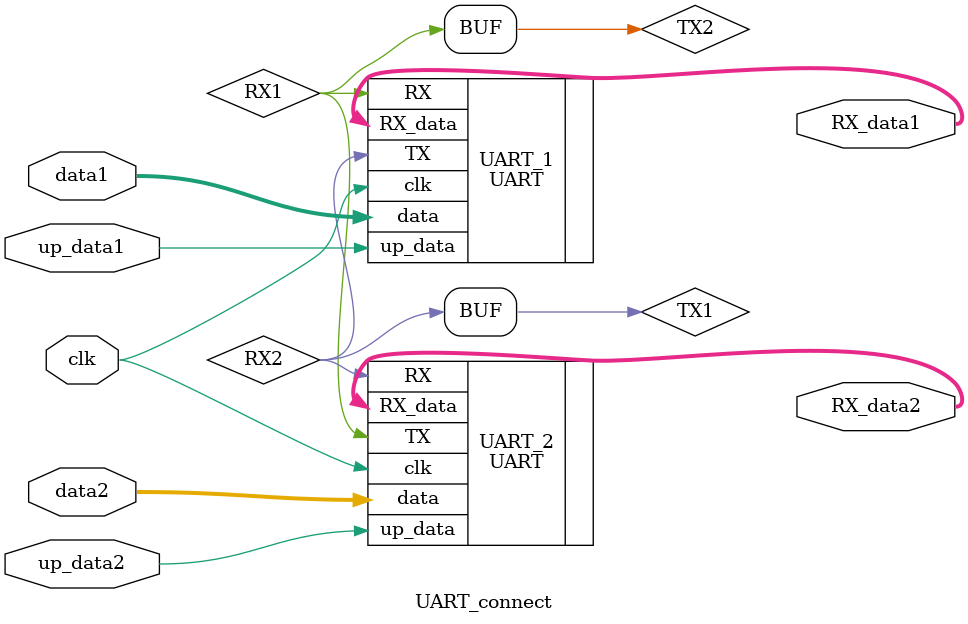
<source format=sv>
`include "UART_module.sv"

module UART_connect
#(parameter N = 8)
(
    input clk,

    input [N - 1:0] data1,
    input up_data1,
    input [N - 1:0] data2,
    input up_data2,

    output logic [N:0] RX_data1,
    output logic [N:0] RX_data2

);

wire RX1, TX1;
wire RX2, TX2;

UART UART_1
(
    .clk(clk),
    .data(data1),
    .up_data(up_data1),
    .RX(RX1),
    .TX(TX1),
    .RX_data(RX_data1)
);

UART UART_2
(
    .clk(clk),
    .data(data2),
    .up_data(up_data2),
    .RX(RX2),
    .TX(TX2),
    .RX_data(RX_data2)
);

assign RX1 = TX2;
assign RX2 = TX1;

endmodule
</source>
